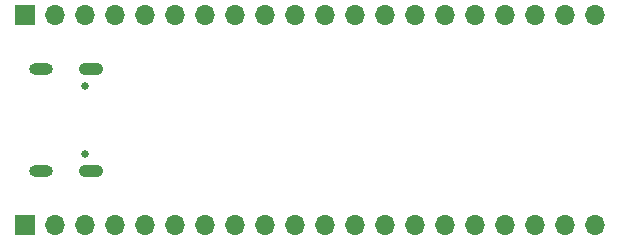
<source format=gbr>
%TF.GenerationSoftware,KiCad,Pcbnew,8.0.4-8.0.4-0~ubuntu24.04.1*%
%TF.CreationDate,2024-07-31T18:59:25-04:00*%
%TF.ProjectId,iceblink,69636562-6c69-46e6-9b2e-6b696361645f,rev?*%
%TF.SameCoordinates,Original*%
%TF.FileFunction,Soldermask,Bot*%
%TF.FilePolarity,Negative*%
%FSLAX46Y46*%
G04 Gerber Fmt 4.6, Leading zero omitted, Abs format (unit mm)*
G04 Created by KiCad (PCBNEW 8.0.4-8.0.4-0~ubuntu24.04.1) date 2024-07-31 18:59:25*
%MOMM*%
%LPD*%
G01*
G04 APERTURE LIST*
%ADD10C,0.650000*%
%ADD11O,2.100000X1.050000*%
%ADD12O,2.000000X1.000000*%
%ADD13R,1.700000X1.700000*%
%ADD14O,1.700000X1.700000*%
G04 APERTURE END LIST*
D10*
%TO.C,J1*%
X133347000Y-108870000D03*
X133347000Y-114650000D03*
D11*
X133847000Y-107440000D03*
D12*
X129667000Y-107440000D03*
X129667000Y-116080000D03*
D11*
X133847000Y-116080000D03*
%TD*%
D13*
%TO.C,J2*%
X128270000Y-120650000D03*
D14*
X130810000Y-120650000D03*
X133350000Y-120650000D03*
X135890000Y-120650000D03*
X138430000Y-120650000D03*
X140970000Y-120650000D03*
X143510000Y-120650000D03*
X146050000Y-120650000D03*
X148590000Y-120650000D03*
X151130000Y-120650000D03*
X153670000Y-120650000D03*
X156210000Y-120650000D03*
X158750000Y-120650000D03*
X161290000Y-120650000D03*
X163830000Y-120650000D03*
X166370000Y-120650000D03*
X168910000Y-120650000D03*
X171450000Y-120650000D03*
X173990000Y-120650000D03*
X176530000Y-120650000D03*
%TD*%
D13*
%TO.C,J3*%
X128270000Y-102870000D03*
D14*
X130810000Y-102870000D03*
X133350000Y-102870000D03*
X135890000Y-102870000D03*
X138430000Y-102870000D03*
X140970000Y-102870000D03*
X143510000Y-102870000D03*
X146050000Y-102870000D03*
X148590000Y-102870000D03*
X151130000Y-102870000D03*
X153670000Y-102870000D03*
X156210000Y-102870000D03*
X158750000Y-102870000D03*
X161290000Y-102870000D03*
X163830000Y-102870000D03*
X166370000Y-102870000D03*
X168910000Y-102870000D03*
X171450000Y-102870000D03*
X173990000Y-102870000D03*
X176530000Y-102870000D03*
%TD*%
M02*

</source>
